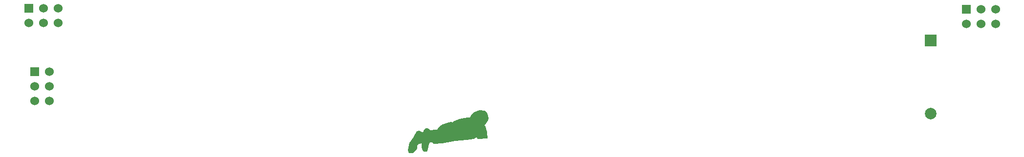
<source format=gts>
%TF.GenerationSoftware,KiCad,Pcbnew,7.0.1-0*%
%TF.CreationDate,2023-04-30T15:52:07-04:00*%
%TF.ProjectId,WrightFlyer,57726967-6874-4466-9c79-65722e6b6963,v05*%
%TF.SameCoordinates,Original*%
%TF.FileFunction,Soldermask,Top*%
%TF.FilePolarity,Negative*%
%FSLAX46Y46*%
G04 Gerber Fmt 4.6, Leading zero omitted, Abs format (unit mm)*
G04 Created by KiCad (PCBNEW 7.0.1-0) date 2023-04-30 15:52:07*
%MOMM*%
%LPD*%
G01*
G04 APERTURE LIST*
%ADD10R,1.524000X1.524000*%
%ADD11C,1.524000*%
%ADD12R,2.000000X2.000000*%
%ADD13C,2.000000*%
G04 APERTURE END LIST*
%TO.C,svg2mod*%
G36*
X148104319Y-96674873D02*
G01*
X148562172Y-96961160D01*
X148740973Y-97459839D01*
X148776112Y-97947146D01*
X148720303Y-98319735D01*
X148407661Y-98870089D01*
X148147726Y-99139321D01*
X148295523Y-99407006D01*
X148548221Y-100333566D01*
X148655708Y-101475097D01*
X146871837Y-101583100D01*
X146758148Y-101213615D01*
X146717841Y-101175891D01*
X146533871Y-101375879D01*
X146309597Y-101572250D01*
X144968594Y-101705057D01*
X143081371Y-101868356D01*
X140811741Y-102336025D01*
X139353431Y-102433177D01*
X138966375Y-102167044D01*
X138745718Y-102056456D01*
X138553482Y-102309673D01*
X138426874Y-102817133D01*
X138330756Y-103344233D01*
X138153506Y-103722505D01*
X137680667Y-103722505D01*
X137394896Y-103604684D01*
X137249168Y-102984048D01*
X137176821Y-102500874D01*
X137176821Y-102348945D01*
X136791831Y-102397004D01*
X136581508Y-102522062D01*
X136455934Y-102635750D01*
X136471942Y-103033657D01*
X136465750Y-103054321D01*
X136424570Y-103172571D01*
X136377318Y-103280826D01*
X136330874Y-103381433D01*
X136322090Y-103400563D01*
X135804808Y-103970039D01*
X134994522Y-104027916D01*
X134809520Y-103473426D01*
X135105109Y-102243011D01*
X135769669Y-101293715D01*
X136357229Y-100182671D01*
X136817667Y-100102058D01*
X137141160Y-100278789D01*
X137270354Y-100381627D01*
X137499795Y-100345454D01*
X137638289Y-99973899D01*
X137900290Y-99670041D01*
X138237218Y-99670041D01*
X138520407Y-99797166D01*
X138759151Y-100001805D01*
X138827363Y-100045728D01*
X139454717Y-99969248D01*
X139885180Y-99895868D01*
X140092918Y-99599244D01*
X140343034Y-99366702D01*
X140852563Y-99038555D01*
X141326435Y-98857688D01*
X141909346Y-98699557D01*
X142320691Y-98574502D01*
X142635916Y-98642714D01*
X142723765Y-98474765D01*
X143136145Y-98362111D01*
X143756778Y-98113548D01*
X144633726Y-97886173D01*
X145152042Y-97826745D01*
X145631600Y-97804520D01*
X145803682Y-97522884D01*
X146174718Y-96983899D01*
X146941081Y-96653169D01*
X147275427Y-96532247D01*
X148104319Y-96674873D01*
G37*
%TD*%
D10*
%TO.C,J4*%
X69140000Y-78835500D03*
D11*
X69140000Y-81375500D03*
X71680000Y-78835500D03*
X71680000Y-81375500D03*
X74220000Y-78835500D03*
X74220000Y-81375500D03*
%TD*%
D10*
%TO.C,J5*%
X231597800Y-78982900D03*
D11*
X231597800Y-81522900D03*
X234137800Y-78982900D03*
X234137800Y-81522900D03*
X236677800Y-78982900D03*
X236677800Y-81522900D03*
%TD*%
D10*
%TO.C,J3*%
X70195800Y-89836200D03*
D11*
X72735800Y-89836200D03*
X70195800Y-92376200D03*
X72735800Y-92376200D03*
X70195800Y-94916200D03*
X72735800Y-94916200D03*
%TD*%
D12*
%TO.C,BT1*%
X225403500Y-84458400D03*
D13*
X225403500Y-97158400D03*
%TD*%
M02*

</source>
